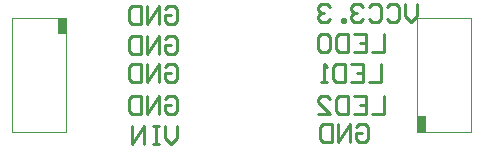
<source format=gbo>
%FSLAX24Y24*%
%MOIN*%
G70*
G01*
G75*
G04 Layer_Color=32896*
%ADD10R,0.1000X0.0291*%
%ADD11R,0.1250X0.0500*%
%ADD12C,0.0120*%
%ADD13C,0.0400*%
%ADD14C,0.0039*%
%ADD15C,0.0100*%
%ADD16R,0.0315X0.0540*%
%ADD17R,0.1060X0.0351*%
%ADD18R,0.1310X0.0560*%
D14*
X-7656Y-1890D02*
X-5844D01*
X-7656D02*
Y1890D01*
X-5844D01*
Y-1890D02*
Y1890D01*
X5844D02*
X7656D01*
Y-1890D02*
Y1890D01*
X5844Y-1890D02*
X7656D01*
X5844D02*
Y1890D01*
D15*
X-2550Y-800D02*
X-2450Y-700D01*
X-2250D01*
X-2150Y-800D01*
Y-1200D01*
X-2250Y-1300D01*
X-2450D01*
X-2550Y-1200D01*
Y-1000D01*
X-2350D01*
X-2750Y-1300D02*
Y-700D01*
X-3150Y-1300D01*
Y-700D01*
X-3350D02*
Y-1300D01*
X-3650D01*
X-3749Y-1200D01*
Y-800D01*
X-3650Y-700D01*
X-3350D01*
X-2550Y250D02*
X-2450Y350D01*
X-2250D01*
X-2150Y250D01*
Y-150D01*
X-2250Y-250D01*
X-2450D01*
X-2550Y-150D01*
Y50D01*
X-2350D01*
X-2750Y-250D02*
Y350D01*
X-3150Y-250D01*
Y350D01*
X-3350D02*
Y-250D01*
X-3650D01*
X-3749Y-150D01*
Y250D01*
X-3650Y350D01*
X-3350D01*
X-2550Y1200D02*
X-2450Y1300D01*
X-2250D01*
X-2150Y1200D01*
Y800D01*
X-2250Y700D01*
X-2450D01*
X-2550Y800D01*
Y1000D01*
X-2350D01*
X-2750Y700D02*
Y1300D01*
X-3150Y700D01*
Y1300D01*
X-3350D02*
Y700D01*
X-3650D01*
X-3749Y800D01*
Y1200D01*
X-3650Y1300D01*
X-3350D01*
X-2550Y2200D02*
X-2450Y2300D01*
X-2250D01*
X-2150Y2200D01*
Y1800D01*
X-2250Y1700D01*
X-2450D01*
X-2550Y1800D01*
Y2000D01*
X-2350D01*
X-2750Y1700D02*
Y2300D01*
X-3150Y1700D01*
Y2300D01*
X-3350D02*
Y1700D01*
X-3650D01*
X-3749Y1800D01*
Y2200D01*
X-3650Y2300D01*
X-3350D01*
X-2150Y-1700D02*
Y-2100D01*
X-2350Y-2300D01*
X-2550Y-2100D01*
Y-1700D01*
X-2750D02*
X-2950D01*
X-2850D01*
Y-2300D01*
X-2750D01*
X-2950D01*
X-3250D02*
Y-1700D01*
X-3650Y-2300D01*
Y-1700D01*
X3800Y-1750D02*
X3900Y-1650D01*
X4100D01*
X4200Y-1750D01*
Y-2150D01*
X4100Y-2250D01*
X3900D01*
X3800Y-2150D01*
Y-1950D01*
X4000D01*
X3600Y-2250D02*
Y-1650D01*
X3200Y-2250D01*
Y-1650D01*
X3000D02*
Y-2250D01*
X2700D01*
X2601Y-2150D01*
Y-1750D01*
X2700Y-1650D01*
X3000D01*
X4750Y-700D02*
Y-1300D01*
X4350D01*
X3750Y-700D02*
X4150D01*
Y-1300D01*
X3750D01*
X4150Y-1000D02*
X3950D01*
X3550Y-700D02*
Y-1300D01*
X3250D01*
X3151Y-1200D01*
Y-800D01*
X3250Y-700D01*
X3550D01*
X2551Y-1300D02*
X2951D01*
X2551Y-900D01*
Y-800D01*
X2651Y-700D01*
X2851D01*
X2951Y-800D01*
X4650Y350D02*
Y-250D01*
X4250D01*
X3650Y350D02*
X4050D01*
Y-250D01*
X3650D01*
X4050Y50D02*
X3850D01*
X3450Y350D02*
Y-250D01*
X3150D01*
X3051Y-150D01*
Y250D01*
X3150Y350D01*
X3450D01*
X2851Y-250D02*
X2651D01*
X2751D01*
Y350D01*
X2851Y250D01*
X4750Y1350D02*
Y750D01*
X4350D01*
X3750Y1350D02*
X4150D01*
Y750D01*
X3750D01*
X4150Y1050D02*
X3950D01*
X3550Y1350D02*
Y750D01*
X3250D01*
X3151Y850D01*
Y1250D01*
X3250Y1350D01*
X3550D01*
X2951Y1250D02*
X2851Y1350D01*
X2651D01*
X2551Y1250D01*
Y850D01*
X2651Y750D01*
X2851D01*
X2951Y850D01*
Y1250D01*
X5850Y2350D02*
Y1950D01*
X5650Y1750D01*
X5450Y1950D01*
Y2350D01*
X4850Y2250D02*
X4950Y2350D01*
X5150D01*
X5250Y2250D01*
Y1850D01*
X5150Y1750D01*
X4950D01*
X4850Y1850D01*
X4251Y2250D02*
X4350Y2350D01*
X4550D01*
X4650Y2250D01*
Y1850D01*
X4550Y1750D01*
X4350D01*
X4251Y1850D01*
X4051Y2250D02*
X3951Y2350D01*
X3751D01*
X3651Y2250D01*
Y2150D01*
X3751Y2050D01*
X3851D01*
X3751D01*
X3651Y1950D01*
Y1850D01*
X3751Y1750D01*
X3951D01*
X4051Y1850D01*
X3451Y1750D02*
Y1850D01*
X3351D01*
Y1750D01*
X3451D01*
X2951Y2250D02*
X2851Y2350D01*
X2651D01*
X2551Y2250D01*
Y2150D01*
X2651Y2050D01*
X2751D01*
X2651D01*
X2551Y1950D01*
Y1850D01*
X2651Y1750D01*
X2851D01*
X2951Y1850D01*
D16*
X-5992Y1630D02*
D03*
X5992Y-1630D02*
D03*
M02*

</source>
